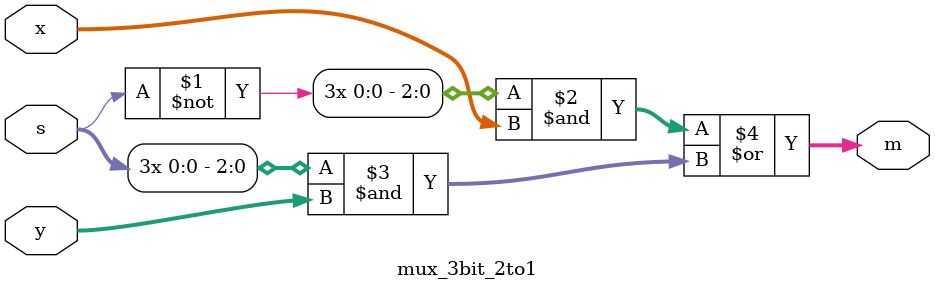
<source format=v>
module ex2_4 (SW, HEX0, HEX1, HEX2, HEX3, HEX4);
    input [2:0] SW;
    output [6:0] HEX0, HEX1, HEX2, HEX3, HEX4;
    wire [2:0] o0, o1, o2, o3, o4;
    wire [2:0] h=3'b000, e=3'b001, l=3'b010, o=3'b011, blk=3'b100;

    mux_3bit_5to1 m4(SW, h, e, l, l, o, o4);
    char_7seg c4(o4, HEX4);
    mux_3bit_5to1 m3(SW, e, l, l, o, h, o3);
    char_7seg c3(o3, HEX3); 
    mux_3bit_5to1 m2(SW, l, l, o, h, e, o2);
    char_7seg c2(o2, HEX2);    
    mux_3bit_5to1 m1(SW, l, o, h, e, l, o1);
    char_7seg c1(o1, HEX1);    
    mux_3bit_5to1 m0(SW, o, h, e, l, l, o0);
    char_7seg c0(o0, HEX0);
endmodule


// 000 => H
// 001 => E
// 010 => L
// 011 => O
// 1xx => blank
module char_7seg(c, display);
    input [2:0] c;
    output [6:0] display;

    assign display[0] = c[2] | !c[0];
    assign display[1] = c[2] | c[1] ^ c[0];
    assign display[2] = c[2] | c[1] ^ c[0];
    assign display[3] = c[2] | ~c[1] & ~c[0];
    assign display[4] = c[2];
    assign display[5] = c[2];
    assign display[6] = c[2] | c[1];
endmodule

// s   => m
// 000 => u
// 001 => v
// 010 => w
// 011 => x
// 1xx => y
module mux_3bit_5to1(s, u, v, w, x, y, m);
    input [2:0] s;
    input [2:0] u,v,w,x,y;
    output [2:0] m;

    wire [2:0] o0, o1, o2;
    mux_3bit_2to1 m0(s[0], u, v, o0);
    mux_3bit_2to1 m1(s[0], w, x, o1);
    mux_3bit_2to1 m2(s[1], o0, o1, o2);
    mux_3bit_2to1 m3(s[2], o2, y, m);
endmodule

// s => m
// 0 => x
// 1 => y
module mux_3bit_2to1(s, x, y, m);
    input s;
    input [2:0] x, y;
    output [2:0] m;
    assign m = ({3{~s}} & x) | ({3{s}} & y);
endmodule
</source>
